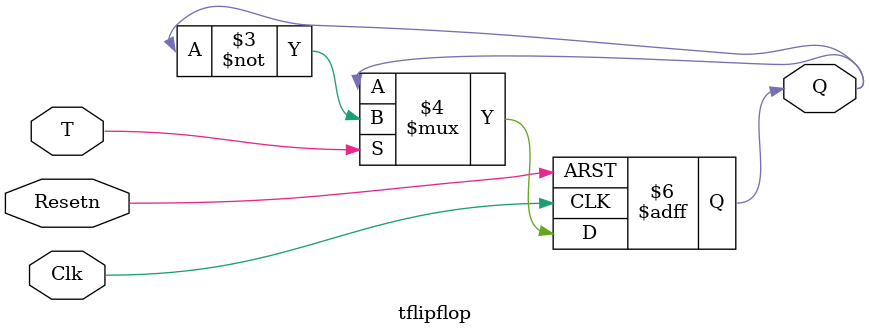
<source format=v>
module tflipflop(T, Clk, Resetn, Q);
input T, Clk, Resetn;
output reg Q;
always @(negedge Clk or negedge Resetn)
begin
    if (!Resetn) Q <= 1'b0;
    else if (T) Q <= ~Q;
end
endmodule
</source>
